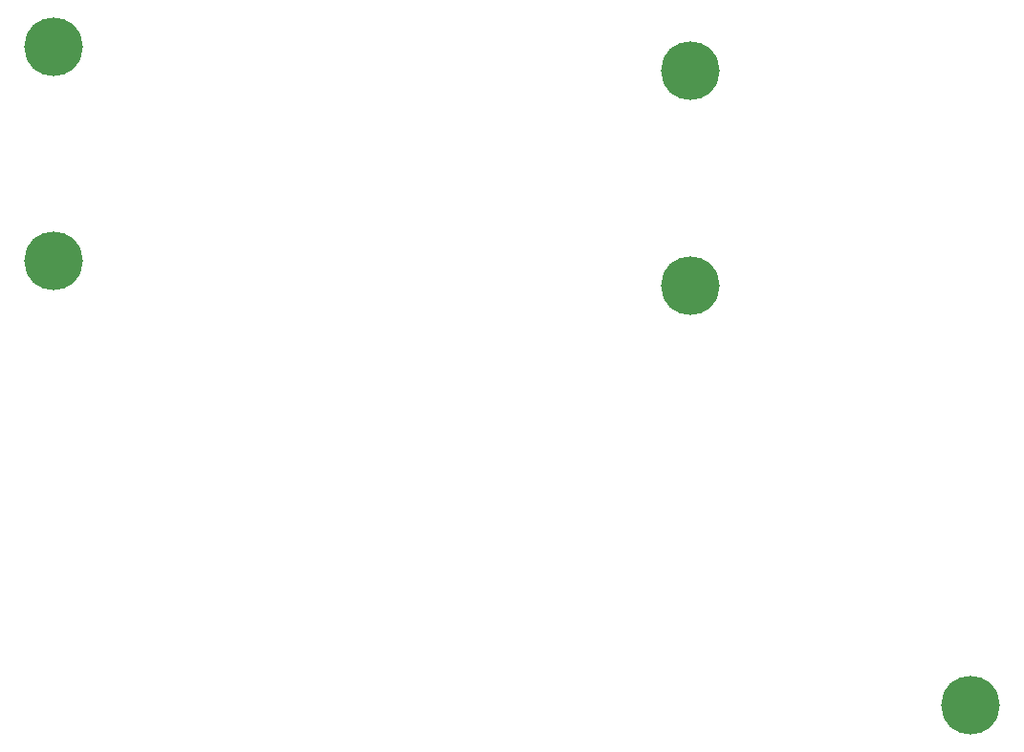
<source format=gbr>
%TF.GenerationSoftware,KiCad,Pcbnew,8.0.3*%
%TF.CreationDate,2024-07-17T09:40:22+02:00*%
%TF.ProjectId,top_plate,746f705f-706c-4617-9465-2e6b69636164,rev?*%
%TF.SameCoordinates,Original*%
%TF.FileFunction,Soldermask,Top*%
%TF.FilePolarity,Negative*%
%FSLAX46Y46*%
G04 Gerber Fmt 4.6, Leading zero omitted, Abs format (unit mm)*
G04 Created by KiCad (PCBNEW 8.0.3) date 2024-07-17 09:40:22*
%MOMM*%
%LPD*%
G01*
G04 APERTURE LIST*
%ADD10C,5.200000*%
G04 APERTURE END LIST*
D10*
%TO.C,H1*%
X37166667Y-39186667D03*
%TD*%
%TO.C,H2*%
X37166667Y-58186667D03*
%TD*%
%TO.C,H3*%
X93500000Y-41315000D03*
%TD*%
%TO.C,H4*%
X93500000Y-60315000D03*
%TD*%
%TO.C,H5*%
X118302667Y-97476630D03*
%TD*%
M02*

</source>
